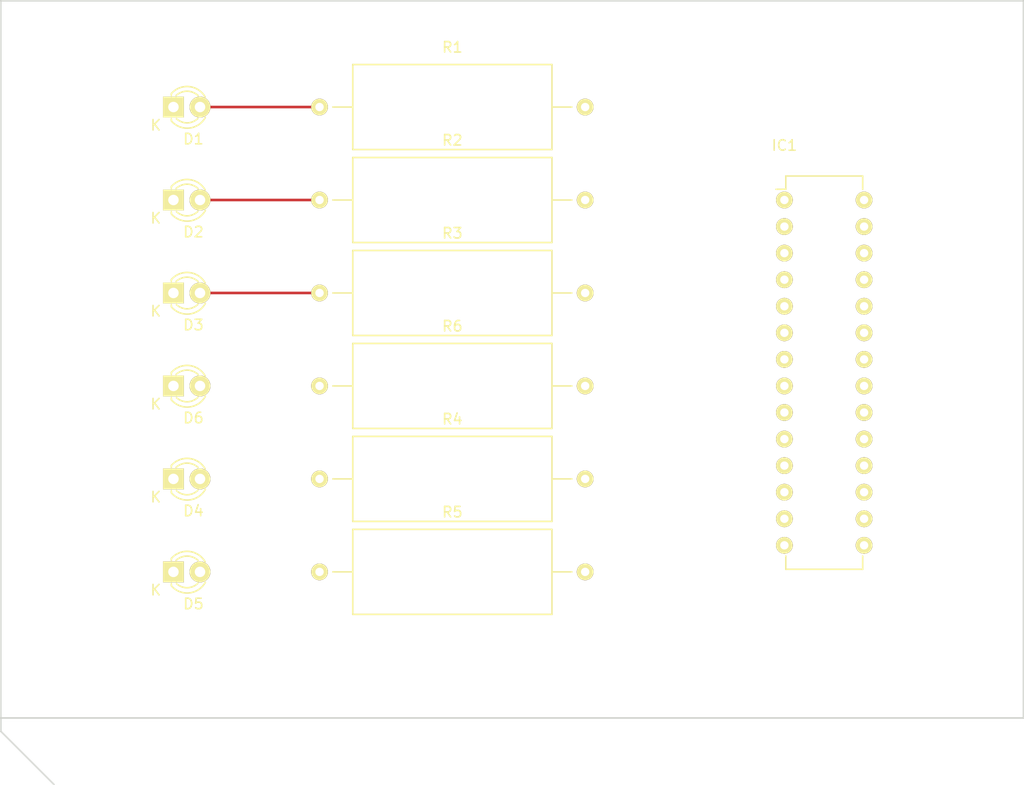
<source format=kicad_pcb>
(kicad_pcb (version 4) (host pcbnew 4.0.2-stable)

  (general
    (links 19)
    (no_connects 16)
    (area 105.334999 67.234999 203.275001 142.315001)
    (thickness 1.6)
    (drawings 6)
    (tracks 3)
    (zones 0)
    (modules 13)
    (nets 34)
  )

  (page A4)
  (layers
    (0 F.Cu signal)
    (31 B.Cu signal)
    (32 B.Adhes user)
    (33 F.Adhes user)
    (34 B.Paste user)
    (35 F.Paste user)
    (36 B.SilkS user)
    (37 F.SilkS user)
    (38 B.Mask user)
    (39 F.Mask user)
    (40 Dwgs.User user)
    (41 Cmts.User user)
    (42 Eco1.User user)
    (43 Eco2.User user)
    (44 Edge.Cuts user)
    (45 Margin user)
    (46 B.CrtYd user)
    (47 F.CrtYd user)
    (48 B.Fab user)
    (49 F.Fab user)
  )

  (setup
    (last_trace_width 0.25)
    (trace_clearance 0.2)
    (zone_clearance 0.508)
    (zone_45_only no)
    (trace_min 0.2)
    (segment_width 0.2)
    (edge_width 0.15)
    (via_size 0.6)
    (via_drill 0.4)
    (via_min_size 0.4)
    (via_min_drill 0.3)
    (uvia_size 0.3)
    (uvia_drill 0.1)
    (uvias_allowed no)
    (uvia_min_size 0.2)
    (uvia_min_drill 0.1)
    (pcb_text_width 0.3)
    (pcb_text_size 1.5 1.5)
    (mod_edge_width 0.15)
    (mod_text_size 1 1)
    (mod_text_width 0.15)
    (pad_size 1.524 1.524)
    (pad_drill 0.762)
    (pad_to_mask_clearance 0.2)
    (aux_axis_origin 0 0)
    (grid_origin 105.41 137.16)
    (visible_elements FFFFFF7F)
    (pcbplotparams
      (layerselection 0x00030_80000001)
      (usegerberextensions false)
      (excludeedgelayer true)
      (linewidth 0.100000)
      (plotframeref false)
      (viasonmask false)
      (mode 1)
      (useauxorigin false)
      (hpglpennumber 1)
      (hpglpenspeed 20)
      (hpglpendiameter 15)
      (hpglpenoverlay 2)
      (psnegative false)
      (psa4output false)
      (plotreference true)
      (plotvalue true)
      (plotinvisibletext false)
      (padsonsilk false)
      (subtractmaskfromsilk false)
      (outputformat 1)
      (mirror false)
      (drillshape 1)
      (scaleselection 1)
      (outputdirectory ""))
  )

  (net 0 "")
  (net 1 GND)
  (net 2 "Net-(D1-Pad2)")
  (net 3 "Net-(D2-Pad2)")
  (net 4 "Net-(D3-Pad2)")
  (net 5 "Net-(D4-Pad2)")
  (net 6 "Net-(D5-Pad2)")
  (net 7 "Net-(D6-Pad2)")
  (net 8 "Net-(IC1-Pad1)")
  (net 9 minute_leastsig_1)
  (net 10 minute_leastsig_2)
  (net 11 minute_leastsig_3)
  (net 12 minute_leastsig_4)
  (net 13 minute_leastsig_5)
  (net 14 +3V3)
  (net 15 "Net-(IC1-Pad9)")
  (net 16 "Net-(IC1-Pad10)")
  (net 17 minute_leastsig_6)
  (net 18 "Net-(IC1-Pad12)")
  (net 19 "Net-(IC1-Pad13)")
  (net 20 "Net-(IC1-Pad14)")
  (net 21 "Net-(IC1-Pad15)")
  (net 22 "Net-(IC1-Pad16)")
  (net 23 "Net-(IC1-Pad17)")
  (net 24 "Net-(IC1-Pad18)")
  (net 25 "Net-(IC1-Pad19)")
  (net 26 "Net-(IC1-Pad20)")
  (net 27 "Net-(IC1-Pad21)")
  (net 28 "Net-(IC1-Pad23)")
  (net 29 "Net-(IC1-Pad24)")
  (net 30 "Net-(IC1-Pad25)")
  (net 31 "Net-(IC1-Pad26)")
  (net 32 "Net-(IC1-Pad27)")
  (net 33 "Net-(IC1-Pad28)")

  (net_class Default "This is the default net class."
    (clearance 0.2)
    (trace_width 0.25)
    (via_dia 0.6)
    (via_drill 0.4)
    (uvia_dia 0.3)
    (uvia_drill 0.1)
    (add_net +3V3)
    (add_net GND)
    (add_net "Net-(D1-Pad2)")
    (add_net "Net-(D2-Pad2)")
    (add_net "Net-(D3-Pad2)")
    (add_net "Net-(D4-Pad2)")
    (add_net "Net-(D5-Pad2)")
    (add_net "Net-(D6-Pad2)")
    (add_net "Net-(IC1-Pad1)")
    (add_net "Net-(IC1-Pad10)")
    (add_net "Net-(IC1-Pad12)")
    (add_net "Net-(IC1-Pad13)")
    (add_net "Net-(IC1-Pad14)")
    (add_net "Net-(IC1-Pad15)")
    (add_net "Net-(IC1-Pad16)")
    (add_net "Net-(IC1-Pad17)")
    (add_net "Net-(IC1-Pad18)")
    (add_net "Net-(IC1-Pad19)")
    (add_net "Net-(IC1-Pad20)")
    (add_net "Net-(IC1-Pad21)")
    (add_net "Net-(IC1-Pad23)")
    (add_net "Net-(IC1-Pad24)")
    (add_net "Net-(IC1-Pad25)")
    (add_net "Net-(IC1-Pad26)")
    (add_net "Net-(IC1-Pad27)")
    (add_net "Net-(IC1-Pad28)")
    (add_net "Net-(IC1-Pad9)")
    (add_net minute_leastsig_1)
    (add_net minute_leastsig_2)
    (add_net minute_leastsig_3)
    (add_net minute_leastsig_4)
    (add_net minute_leastsig_5)
    (add_net minute_leastsig_6)
  )

  (module LEDs:LED-3MM (layer F.Cu) (tedit 559B82F6) (tstamp 56E262DC)
    (at 121.92 77.47)
    (descr "LED 3mm round vertical")
    (tags "LED  3mm round vertical")
    (path /56E25D1D)
    (fp_text reference D1 (at 1.91 3.06) (layer F.SilkS)
      (effects (font (size 1 1) (thickness 0.15)))
    )
    (fp_text value LED (at 1.3 -2.9) (layer F.Fab)
      (effects (font (size 1 1) (thickness 0.15)))
    )
    (fp_line (start -1.2 2.3) (end 3.8 2.3) (layer F.CrtYd) (width 0.05))
    (fp_line (start 3.8 2.3) (end 3.8 -2.2) (layer F.CrtYd) (width 0.05))
    (fp_line (start 3.8 -2.2) (end -1.2 -2.2) (layer F.CrtYd) (width 0.05))
    (fp_line (start -1.2 -2.2) (end -1.2 2.3) (layer F.CrtYd) (width 0.05))
    (fp_line (start -0.199 1.314) (end -0.199 1.114) (layer F.SilkS) (width 0.15))
    (fp_line (start -0.199 -1.28) (end -0.199 -1.1) (layer F.SilkS) (width 0.15))
    (fp_arc (start 1.301 0.034) (end -0.199 -1.286) (angle 108.5) (layer F.SilkS) (width 0.15))
    (fp_arc (start 1.301 0.034) (end 0.25 -1.1) (angle 85.7) (layer F.SilkS) (width 0.15))
    (fp_arc (start 1.311 0.034) (end 3.051 0.994) (angle 110) (layer F.SilkS) (width 0.15))
    (fp_arc (start 1.301 0.034) (end 2.335 1.094) (angle 87.5) (layer F.SilkS) (width 0.15))
    (fp_text user K (at -1.69 1.74) (layer F.SilkS)
      (effects (font (size 1 1) (thickness 0.15)))
    )
    (pad 1 thru_hole rect (at 0 0 90) (size 2 2) (drill 1.00076) (layers *.Cu *.Mask F.SilkS)
      (net 1 GND))
    (pad 2 thru_hole circle (at 2.54 0) (size 2 2) (drill 1.00076) (layers *.Cu *.Mask F.SilkS)
      (net 2 "Net-(D1-Pad2)"))
    (model LEDs.3dshapes/LED-3MM.wrl
      (at (xyz 0.05 0 0))
      (scale (xyz 1 1 1))
      (rotate (xyz 0 0 90))
    )
  )

  (module LEDs:LED-3MM (layer F.Cu) (tedit 559B82F6) (tstamp 56E262E2)
    (at 121.92 86.36)
    (descr "LED 3mm round vertical")
    (tags "LED  3mm round vertical")
    (path /56E25E56)
    (fp_text reference D2 (at 1.91 3.06) (layer F.SilkS)
      (effects (font (size 1 1) (thickness 0.15)))
    )
    (fp_text value LED (at 1.3 -2.9) (layer F.Fab)
      (effects (font (size 1 1) (thickness 0.15)))
    )
    (fp_line (start -1.2 2.3) (end 3.8 2.3) (layer F.CrtYd) (width 0.05))
    (fp_line (start 3.8 2.3) (end 3.8 -2.2) (layer F.CrtYd) (width 0.05))
    (fp_line (start 3.8 -2.2) (end -1.2 -2.2) (layer F.CrtYd) (width 0.05))
    (fp_line (start -1.2 -2.2) (end -1.2 2.3) (layer F.CrtYd) (width 0.05))
    (fp_line (start -0.199 1.314) (end -0.199 1.114) (layer F.SilkS) (width 0.15))
    (fp_line (start -0.199 -1.28) (end -0.199 -1.1) (layer F.SilkS) (width 0.15))
    (fp_arc (start 1.301 0.034) (end -0.199 -1.286) (angle 108.5) (layer F.SilkS) (width 0.15))
    (fp_arc (start 1.301 0.034) (end 0.25 -1.1) (angle 85.7) (layer F.SilkS) (width 0.15))
    (fp_arc (start 1.311 0.034) (end 3.051 0.994) (angle 110) (layer F.SilkS) (width 0.15))
    (fp_arc (start 1.301 0.034) (end 2.335 1.094) (angle 87.5) (layer F.SilkS) (width 0.15))
    (fp_text user K (at -1.69 1.74) (layer F.SilkS)
      (effects (font (size 1 1) (thickness 0.15)))
    )
    (pad 1 thru_hole rect (at 0 0 90) (size 2 2) (drill 1.00076) (layers *.Cu *.Mask F.SilkS)
      (net 1 GND))
    (pad 2 thru_hole circle (at 2.54 0) (size 2 2) (drill 1.00076) (layers *.Cu *.Mask F.SilkS)
      (net 3 "Net-(D2-Pad2)"))
    (model LEDs.3dshapes/LED-3MM.wrl
      (at (xyz 0.05 0 0))
      (scale (xyz 1 1 1))
      (rotate (xyz 0 0 90))
    )
  )

  (module LEDs:LED-3MM (layer F.Cu) (tedit 559B82F6) (tstamp 56E262E8)
    (at 121.92 95.25)
    (descr "LED 3mm round vertical")
    (tags "LED  3mm round vertical")
    (path /56E25E93)
    (fp_text reference D3 (at 1.91 3.06) (layer F.SilkS)
      (effects (font (size 1 1) (thickness 0.15)))
    )
    (fp_text value LED (at 1.3 -2.9) (layer F.Fab)
      (effects (font (size 1 1) (thickness 0.15)))
    )
    (fp_line (start -1.2 2.3) (end 3.8 2.3) (layer F.CrtYd) (width 0.05))
    (fp_line (start 3.8 2.3) (end 3.8 -2.2) (layer F.CrtYd) (width 0.05))
    (fp_line (start 3.8 -2.2) (end -1.2 -2.2) (layer F.CrtYd) (width 0.05))
    (fp_line (start -1.2 -2.2) (end -1.2 2.3) (layer F.CrtYd) (width 0.05))
    (fp_line (start -0.199 1.314) (end -0.199 1.114) (layer F.SilkS) (width 0.15))
    (fp_line (start -0.199 -1.28) (end -0.199 -1.1) (layer F.SilkS) (width 0.15))
    (fp_arc (start 1.301 0.034) (end -0.199 -1.286) (angle 108.5) (layer F.SilkS) (width 0.15))
    (fp_arc (start 1.301 0.034) (end 0.25 -1.1) (angle 85.7) (layer F.SilkS) (width 0.15))
    (fp_arc (start 1.311 0.034) (end 3.051 0.994) (angle 110) (layer F.SilkS) (width 0.15))
    (fp_arc (start 1.301 0.034) (end 2.335 1.094) (angle 87.5) (layer F.SilkS) (width 0.15))
    (fp_text user K (at -1.69 1.74) (layer F.SilkS)
      (effects (font (size 1 1) (thickness 0.15)))
    )
    (pad 1 thru_hole rect (at 0 0 90) (size 2 2) (drill 1.00076) (layers *.Cu *.Mask F.SilkS)
      (net 1 GND))
    (pad 2 thru_hole circle (at 2.54 0) (size 2 2) (drill 1.00076) (layers *.Cu *.Mask F.SilkS)
      (net 4 "Net-(D3-Pad2)"))
    (model LEDs.3dshapes/LED-3MM.wrl
      (at (xyz 0.05 0 0))
      (scale (xyz 1 1 1))
      (rotate (xyz 0 0 90))
    )
  )

  (module LEDs:LED-3MM (layer F.Cu) (tedit 559B82F6) (tstamp 56E262EE)
    (at 121.92 113.03)
    (descr "LED 3mm round vertical")
    (tags "LED  3mm round vertical")
    (path /56E25EB3)
    (fp_text reference D4 (at 1.91 3.06) (layer F.SilkS)
      (effects (font (size 1 1) (thickness 0.15)))
    )
    (fp_text value LED (at 1.3 -2.9) (layer F.Fab)
      (effects (font (size 1 1) (thickness 0.15)))
    )
    (fp_line (start -1.2 2.3) (end 3.8 2.3) (layer F.CrtYd) (width 0.05))
    (fp_line (start 3.8 2.3) (end 3.8 -2.2) (layer F.CrtYd) (width 0.05))
    (fp_line (start 3.8 -2.2) (end -1.2 -2.2) (layer F.CrtYd) (width 0.05))
    (fp_line (start -1.2 -2.2) (end -1.2 2.3) (layer F.CrtYd) (width 0.05))
    (fp_line (start -0.199 1.314) (end -0.199 1.114) (layer F.SilkS) (width 0.15))
    (fp_line (start -0.199 -1.28) (end -0.199 -1.1) (layer F.SilkS) (width 0.15))
    (fp_arc (start 1.301 0.034) (end -0.199 -1.286) (angle 108.5) (layer F.SilkS) (width 0.15))
    (fp_arc (start 1.301 0.034) (end 0.25 -1.1) (angle 85.7) (layer F.SilkS) (width 0.15))
    (fp_arc (start 1.311 0.034) (end 3.051 0.994) (angle 110) (layer F.SilkS) (width 0.15))
    (fp_arc (start 1.301 0.034) (end 2.335 1.094) (angle 87.5) (layer F.SilkS) (width 0.15))
    (fp_text user K (at -1.69 1.74) (layer F.SilkS)
      (effects (font (size 1 1) (thickness 0.15)))
    )
    (pad 1 thru_hole rect (at 0 0 90) (size 2 2) (drill 1.00076) (layers *.Cu *.Mask F.SilkS)
      (net 1 GND))
    (pad 2 thru_hole circle (at 2.54 0) (size 2 2) (drill 1.00076) (layers *.Cu *.Mask F.SilkS)
      (net 5 "Net-(D4-Pad2)"))
    (model LEDs.3dshapes/LED-3MM.wrl
      (at (xyz 0.05 0 0))
      (scale (xyz 1 1 1))
      (rotate (xyz 0 0 90))
    )
  )

  (module LEDs:LED-3MM (layer F.Cu) (tedit 559B82F6) (tstamp 56E262F4)
    (at 121.92 121.92)
    (descr "LED 3mm round vertical")
    (tags "LED  3mm round vertical")
    (path /56E25EE6)
    (fp_text reference D5 (at 1.91 3.06) (layer F.SilkS)
      (effects (font (size 1 1) (thickness 0.15)))
    )
    (fp_text value LED (at 1.3 -2.9) (layer F.Fab)
      (effects (font (size 1 1) (thickness 0.15)))
    )
    (fp_line (start -1.2 2.3) (end 3.8 2.3) (layer F.CrtYd) (width 0.05))
    (fp_line (start 3.8 2.3) (end 3.8 -2.2) (layer F.CrtYd) (width 0.05))
    (fp_line (start 3.8 -2.2) (end -1.2 -2.2) (layer F.CrtYd) (width 0.05))
    (fp_line (start -1.2 -2.2) (end -1.2 2.3) (layer F.CrtYd) (width 0.05))
    (fp_line (start -0.199 1.314) (end -0.199 1.114) (layer F.SilkS) (width 0.15))
    (fp_line (start -0.199 -1.28) (end -0.199 -1.1) (layer F.SilkS) (width 0.15))
    (fp_arc (start 1.301 0.034) (end -0.199 -1.286) (angle 108.5) (layer F.SilkS) (width 0.15))
    (fp_arc (start 1.301 0.034) (end 0.25 -1.1) (angle 85.7) (layer F.SilkS) (width 0.15))
    (fp_arc (start 1.311 0.034) (end 3.051 0.994) (angle 110) (layer F.SilkS) (width 0.15))
    (fp_arc (start 1.301 0.034) (end 2.335 1.094) (angle 87.5) (layer F.SilkS) (width 0.15))
    (fp_text user K (at -1.69 1.74) (layer F.SilkS)
      (effects (font (size 1 1) (thickness 0.15)))
    )
    (pad 1 thru_hole rect (at 0 0 90) (size 2 2) (drill 1.00076) (layers *.Cu *.Mask F.SilkS)
      (net 1 GND))
    (pad 2 thru_hole circle (at 2.54 0) (size 2 2) (drill 1.00076) (layers *.Cu *.Mask F.SilkS)
      (net 6 "Net-(D5-Pad2)"))
    (model LEDs.3dshapes/LED-3MM.wrl
      (at (xyz 0.05 0 0))
      (scale (xyz 1 1 1))
      (rotate (xyz 0 0 90))
    )
  )

  (module LEDs:LED-3MM (layer F.Cu) (tedit 559B82F6) (tstamp 56E262FA)
    (at 121.92 104.14)
    (descr "LED 3mm round vertical")
    (tags "LED  3mm round vertical")
    (path /56E25F0E)
    (fp_text reference D6 (at 1.91 3.06) (layer F.SilkS)
      (effects (font (size 1 1) (thickness 0.15)))
    )
    (fp_text value LED (at 1.3 -2.9) (layer F.Fab)
      (effects (font (size 1 1) (thickness 0.15)))
    )
    (fp_line (start -1.2 2.3) (end 3.8 2.3) (layer F.CrtYd) (width 0.05))
    (fp_line (start 3.8 2.3) (end 3.8 -2.2) (layer F.CrtYd) (width 0.05))
    (fp_line (start 3.8 -2.2) (end -1.2 -2.2) (layer F.CrtYd) (width 0.05))
    (fp_line (start -1.2 -2.2) (end -1.2 2.3) (layer F.CrtYd) (width 0.05))
    (fp_line (start -0.199 1.314) (end -0.199 1.114) (layer F.SilkS) (width 0.15))
    (fp_line (start -0.199 -1.28) (end -0.199 -1.1) (layer F.SilkS) (width 0.15))
    (fp_arc (start 1.301 0.034) (end -0.199 -1.286) (angle 108.5) (layer F.SilkS) (width 0.15))
    (fp_arc (start 1.301 0.034) (end 0.25 -1.1) (angle 85.7) (layer F.SilkS) (width 0.15))
    (fp_arc (start 1.311 0.034) (end 3.051 0.994) (angle 110) (layer F.SilkS) (width 0.15))
    (fp_arc (start 1.301 0.034) (end 2.335 1.094) (angle 87.5) (layer F.SilkS) (width 0.15))
    (fp_text user K (at -1.69 1.74) (layer F.SilkS)
      (effects (font (size 1 1) (thickness 0.15)))
    )
    (pad 1 thru_hole rect (at 0 0 90) (size 2 2) (drill 1.00076) (layers *.Cu *.Mask F.SilkS)
      (net 1 GND))
    (pad 2 thru_hole circle (at 2.54 0) (size 2 2) (drill 1.00076) (layers *.Cu *.Mask F.SilkS)
      (net 7 "Net-(D6-Pad2)"))
    (model LEDs.3dshapes/LED-3MM.wrl
      (at (xyz 0.05 0 0))
      (scale (xyz 1 1 1))
      (rotate (xyz 0 0 90))
    )
  )

  (module Housings_DIP:DIP-28_W7.62mm (layer F.Cu) (tedit 54130A77) (tstamp 56E2631A)
    (at 180.34 86.36)
    (descr "28-lead dip package, row spacing 7.62 mm (300 mils)")
    (tags "dil dip 2.54 300")
    (path /56E25A57)
    (fp_text reference IC1 (at 0 -5.22) (layer F.SilkS)
      (effects (font (size 1 1) (thickness 0.15)))
    )
    (fp_text value ATMEGA328P-P (at 0 -3.72) (layer F.Fab)
      (effects (font (size 1 1) (thickness 0.15)))
    )
    (fp_line (start -1.05 -2.45) (end -1.05 35.5) (layer F.CrtYd) (width 0.05))
    (fp_line (start 8.65 -2.45) (end 8.65 35.5) (layer F.CrtYd) (width 0.05))
    (fp_line (start -1.05 -2.45) (end 8.65 -2.45) (layer F.CrtYd) (width 0.05))
    (fp_line (start -1.05 35.5) (end 8.65 35.5) (layer F.CrtYd) (width 0.05))
    (fp_line (start 0.135 -2.295) (end 0.135 -1.025) (layer F.SilkS) (width 0.15))
    (fp_line (start 7.485 -2.295) (end 7.485 -1.025) (layer F.SilkS) (width 0.15))
    (fp_line (start 7.485 35.315) (end 7.485 34.045) (layer F.SilkS) (width 0.15))
    (fp_line (start 0.135 35.315) (end 0.135 34.045) (layer F.SilkS) (width 0.15))
    (fp_line (start 0.135 -2.295) (end 7.485 -2.295) (layer F.SilkS) (width 0.15))
    (fp_line (start 0.135 35.315) (end 7.485 35.315) (layer F.SilkS) (width 0.15))
    (fp_line (start 0.135 -1.025) (end -0.8 -1.025) (layer F.SilkS) (width 0.15))
    (pad 1 thru_hole oval (at 0 0) (size 1.6 1.6) (drill 0.8) (layers *.Cu *.Mask F.SilkS)
      (net 8 "Net-(IC1-Pad1)"))
    (pad 2 thru_hole oval (at 0 2.54) (size 1.6 1.6) (drill 0.8) (layers *.Cu *.Mask F.SilkS)
      (net 9 minute_leastsig_1))
    (pad 3 thru_hole oval (at 0 5.08) (size 1.6 1.6) (drill 0.8) (layers *.Cu *.Mask F.SilkS)
      (net 10 minute_leastsig_2))
    (pad 4 thru_hole oval (at 0 7.62) (size 1.6 1.6) (drill 0.8) (layers *.Cu *.Mask F.SilkS)
      (net 11 minute_leastsig_3))
    (pad 5 thru_hole oval (at 0 10.16) (size 1.6 1.6) (drill 0.8) (layers *.Cu *.Mask F.SilkS)
      (net 12 minute_leastsig_4))
    (pad 6 thru_hole oval (at 0 12.7) (size 1.6 1.6) (drill 0.8) (layers *.Cu *.Mask F.SilkS)
      (net 13 minute_leastsig_5))
    (pad 7 thru_hole oval (at 0 15.24) (size 1.6 1.6) (drill 0.8) (layers *.Cu *.Mask F.SilkS)
      (net 14 +3V3))
    (pad 8 thru_hole oval (at 0 17.78) (size 1.6 1.6) (drill 0.8) (layers *.Cu *.Mask F.SilkS)
      (net 1 GND))
    (pad 9 thru_hole oval (at 0 20.32) (size 1.6 1.6) (drill 0.8) (layers *.Cu *.Mask F.SilkS)
      (net 15 "Net-(IC1-Pad9)"))
    (pad 10 thru_hole oval (at 0 22.86) (size 1.6 1.6) (drill 0.8) (layers *.Cu *.Mask F.SilkS)
      (net 16 "Net-(IC1-Pad10)"))
    (pad 11 thru_hole oval (at 0 25.4) (size 1.6 1.6) (drill 0.8) (layers *.Cu *.Mask F.SilkS)
      (net 17 minute_leastsig_6))
    (pad 12 thru_hole oval (at 0 27.94) (size 1.6 1.6) (drill 0.8) (layers *.Cu *.Mask F.SilkS)
      (net 18 "Net-(IC1-Pad12)"))
    (pad 13 thru_hole oval (at 0 30.48) (size 1.6 1.6) (drill 0.8) (layers *.Cu *.Mask F.SilkS)
      (net 19 "Net-(IC1-Pad13)"))
    (pad 14 thru_hole oval (at 0 33.02) (size 1.6 1.6) (drill 0.8) (layers *.Cu *.Mask F.SilkS)
      (net 20 "Net-(IC1-Pad14)"))
    (pad 15 thru_hole oval (at 7.62 33.02) (size 1.6 1.6) (drill 0.8) (layers *.Cu *.Mask F.SilkS)
      (net 21 "Net-(IC1-Pad15)"))
    (pad 16 thru_hole oval (at 7.62 30.48) (size 1.6 1.6) (drill 0.8) (layers *.Cu *.Mask F.SilkS)
      (net 22 "Net-(IC1-Pad16)"))
    (pad 17 thru_hole oval (at 7.62 27.94) (size 1.6 1.6) (drill 0.8) (layers *.Cu *.Mask F.SilkS)
      (net 23 "Net-(IC1-Pad17)"))
    (pad 18 thru_hole oval (at 7.62 25.4) (size 1.6 1.6) (drill 0.8) (layers *.Cu *.Mask F.SilkS)
      (net 24 "Net-(IC1-Pad18)"))
    (pad 19 thru_hole oval (at 7.62 22.86) (size 1.6 1.6) (drill 0.8) (layers *.Cu *.Mask F.SilkS)
      (net 25 "Net-(IC1-Pad19)"))
    (pad 20 thru_hole oval (at 7.62 20.32) (size 1.6 1.6) (drill 0.8) (layers *.Cu *.Mask F.SilkS)
      (net 26 "Net-(IC1-Pad20)"))
    (pad 21 thru_hole oval (at 7.62 17.78) (size 1.6 1.6) (drill 0.8) (layers *.Cu *.Mask F.SilkS)
      (net 27 "Net-(IC1-Pad21)"))
    (pad 22 thru_hole oval (at 7.62 15.24) (size 1.6 1.6) (drill 0.8) (layers *.Cu *.Mask F.SilkS)
      (net 1 GND))
    (pad 23 thru_hole oval (at 7.62 12.7) (size 1.6 1.6) (drill 0.8) (layers *.Cu *.Mask F.SilkS)
      (net 28 "Net-(IC1-Pad23)"))
    (pad 24 thru_hole oval (at 7.62 10.16) (size 1.6 1.6) (drill 0.8) (layers *.Cu *.Mask F.SilkS)
      (net 29 "Net-(IC1-Pad24)"))
    (pad 25 thru_hole oval (at 7.62 7.62) (size 1.6 1.6) (drill 0.8) (layers *.Cu *.Mask F.SilkS)
      (net 30 "Net-(IC1-Pad25)"))
    (pad 26 thru_hole oval (at 7.62 5.08) (size 1.6 1.6) (drill 0.8) (layers *.Cu *.Mask F.SilkS)
      (net 31 "Net-(IC1-Pad26)"))
    (pad 27 thru_hole oval (at 7.62 2.54) (size 1.6 1.6) (drill 0.8) (layers *.Cu *.Mask F.SilkS)
      (net 32 "Net-(IC1-Pad27)"))
    (pad 28 thru_hole oval (at 7.62 0) (size 1.6 1.6) (drill 0.8) (layers *.Cu *.Mask F.SilkS)
      (net 33 "Net-(IC1-Pad28)"))
    (model Housings_DIP.3dshapes/DIP-28_W7.62mm.wrl
      (at (xyz 0 0 0))
      (scale (xyz 1 1 1))
      (rotate (xyz 0 0 0))
    )
  )

  (module Resistors_ThroughHole:Resistor_Ceramic_Horizontal_L19mm-W8mm-H8mm-p25mm (layer F.Cu) (tedit 53FEE15C) (tstamp 56E26320)
    (at 148.59 77.47)
    (descr "Resistor, Ceramic, Horizontal")
    (tags "Resistor, Ceramic, Horizontal")
    (path /56E25F59)
    (fp_text reference R1 (at 0 -5.715) (layer F.SilkS)
      (effects (font (size 1 1) (thickness 0.15)))
    )
    (fp_text value 220 (at 0.635 6.35) (layer F.Fab)
      (effects (font (size 1 1) (thickness 0.15)))
    )
    (fp_line (start 9.525 0) (end 11.43 0) (layer F.SilkS) (width 0.15))
    (fp_line (start -9.525 0) (end -11.43 0) (layer F.SilkS) (width 0.15))
    (fp_line (start -9.525 -4.064) (end -9.525 4.064) (layer F.SilkS) (width 0.15))
    (fp_line (start -9.525 4.064) (end 9.525 4.064) (layer F.SilkS) (width 0.15))
    (fp_line (start 9.525 4.064) (end 9.525 -4.064) (layer F.SilkS) (width 0.15))
    (fp_line (start 9.525 -4.064) (end -9.525 -4.064) (layer F.SilkS) (width 0.15))
    (pad 1 thru_hole circle (at -12.7 0 180) (size 1.6 1.6) (drill 0.8) (layers *.Cu *.Mask F.SilkS)
      (net 2 "Net-(D1-Pad2)"))
    (pad 2 thru_hole circle (at 12.7 0 180) (size 1.6 1.6) (drill 0.8) (layers *.Cu *.Mask F.SilkS)
      (net 9 minute_leastsig_1))
    (model Resistors_ThroughHole.3dshapes/Resistor_Ceramic_Horizontal_L19mm-W8mm-H8mm-p25mm.wrl
      (at (xyz 0 0 0))
      (scale (xyz 4 4 4))
      (rotate (xyz 0 0 0))
    )
  )

  (module Resistors_ThroughHole:Resistor_Ceramic_Horizontal_L19mm-W8mm-H8mm-p25mm (layer F.Cu) (tedit 53FEE15C) (tstamp 56E26326)
    (at 148.59 86.36)
    (descr "Resistor, Ceramic, Horizontal")
    (tags "Resistor, Ceramic, Horizontal")
    (path /56E25FEC)
    (fp_text reference R2 (at 0 -5.715) (layer F.SilkS)
      (effects (font (size 1 1) (thickness 0.15)))
    )
    (fp_text value 220 (at 0.635 6.35) (layer F.Fab)
      (effects (font (size 1 1) (thickness 0.15)))
    )
    (fp_line (start 9.525 0) (end 11.43 0) (layer F.SilkS) (width 0.15))
    (fp_line (start -9.525 0) (end -11.43 0) (layer F.SilkS) (width 0.15))
    (fp_line (start -9.525 -4.064) (end -9.525 4.064) (layer F.SilkS) (width 0.15))
    (fp_line (start -9.525 4.064) (end 9.525 4.064) (layer F.SilkS) (width 0.15))
    (fp_line (start 9.525 4.064) (end 9.525 -4.064) (layer F.SilkS) (width 0.15))
    (fp_line (start 9.525 -4.064) (end -9.525 -4.064) (layer F.SilkS) (width 0.15))
    (pad 1 thru_hole circle (at -12.7 0 180) (size 1.6 1.6) (drill 0.8) (layers *.Cu *.Mask F.SilkS)
      (net 3 "Net-(D2-Pad2)"))
    (pad 2 thru_hole circle (at 12.7 0 180) (size 1.6 1.6) (drill 0.8) (layers *.Cu *.Mask F.SilkS)
      (net 10 minute_leastsig_2))
    (model Resistors_ThroughHole.3dshapes/Resistor_Ceramic_Horizontal_L19mm-W8mm-H8mm-p25mm.wrl
      (at (xyz 0 0 0))
      (scale (xyz 4 4 4))
      (rotate (xyz 0 0 0))
    )
  )

  (module Resistors_ThroughHole:Resistor_Ceramic_Horizontal_L19mm-W8mm-H8mm-p25mm (layer F.Cu) (tedit 53FEE15C) (tstamp 56E2632C)
    (at 148.59 95.25)
    (descr "Resistor, Ceramic, Horizontal")
    (tags "Resistor, Ceramic, Horizontal")
    (path /56E2601F)
    (fp_text reference R3 (at 0 -5.715) (layer F.SilkS)
      (effects (font (size 1 1) (thickness 0.15)))
    )
    (fp_text value 220 (at 0.635 6.35) (layer F.Fab)
      (effects (font (size 1 1) (thickness 0.15)))
    )
    (fp_line (start 9.525 0) (end 11.43 0) (layer F.SilkS) (width 0.15))
    (fp_line (start -9.525 0) (end -11.43 0) (layer F.SilkS) (width 0.15))
    (fp_line (start -9.525 -4.064) (end -9.525 4.064) (layer F.SilkS) (width 0.15))
    (fp_line (start -9.525 4.064) (end 9.525 4.064) (layer F.SilkS) (width 0.15))
    (fp_line (start 9.525 4.064) (end 9.525 -4.064) (layer F.SilkS) (width 0.15))
    (fp_line (start 9.525 -4.064) (end -9.525 -4.064) (layer F.SilkS) (width 0.15))
    (pad 1 thru_hole circle (at -12.7 0 180) (size 1.6 1.6) (drill 0.8) (layers *.Cu *.Mask F.SilkS)
      (net 4 "Net-(D3-Pad2)"))
    (pad 2 thru_hole circle (at 12.7 0 180) (size 1.6 1.6) (drill 0.8) (layers *.Cu *.Mask F.SilkS)
      (net 11 minute_leastsig_3))
    (model Resistors_ThroughHole.3dshapes/Resistor_Ceramic_Horizontal_L19mm-W8mm-H8mm-p25mm.wrl
      (at (xyz 0 0 0))
      (scale (xyz 4 4 4))
      (rotate (xyz 0 0 0))
    )
  )

  (module Resistors_ThroughHole:Resistor_Ceramic_Horizontal_L19mm-W8mm-H8mm-p25mm (layer F.Cu) (tedit 53FEE15C) (tstamp 56E26332)
    (at 148.59 113.03)
    (descr "Resistor, Ceramic, Horizontal")
    (tags "Resistor, Ceramic, Horizontal")
    (path /56E26073)
    (fp_text reference R4 (at 0 -5.715) (layer F.SilkS)
      (effects (font (size 1 1) (thickness 0.15)))
    )
    (fp_text value 220 (at 0.635 6.35) (layer F.Fab)
      (effects (font (size 1 1) (thickness 0.15)))
    )
    (fp_line (start 9.525 0) (end 11.43 0) (layer F.SilkS) (width 0.15))
    (fp_line (start -9.525 0) (end -11.43 0) (layer F.SilkS) (width 0.15))
    (fp_line (start -9.525 -4.064) (end -9.525 4.064) (layer F.SilkS) (width 0.15))
    (fp_line (start -9.525 4.064) (end 9.525 4.064) (layer F.SilkS) (width 0.15))
    (fp_line (start 9.525 4.064) (end 9.525 -4.064) (layer F.SilkS) (width 0.15))
    (fp_line (start 9.525 -4.064) (end -9.525 -4.064) (layer F.SilkS) (width 0.15))
    (pad 1 thru_hole circle (at -12.7 0 180) (size 1.6 1.6) (drill 0.8) (layers *.Cu *.Mask F.SilkS)
      (net 5 "Net-(D4-Pad2)"))
    (pad 2 thru_hole circle (at 12.7 0 180) (size 1.6 1.6) (drill 0.8) (layers *.Cu *.Mask F.SilkS)
      (net 12 minute_leastsig_4))
    (model Resistors_ThroughHole.3dshapes/Resistor_Ceramic_Horizontal_L19mm-W8mm-H8mm-p25mm.wrl
      (at (xyz 0 0 0))
      (scale (xyz 4 4 4))
      (rotate (xyz 0 0 0))
    )
  )

  (module Resistors_ThroughHole:Resistor_Ceramic_Horizontal_L19mm-W8mm-H8mm-p25mm (layer F.Cu) (tedit 53FEE15C) (tstamp 56E26338)
    (at 148.59 121.92)
    (descr "Resistor, Ceramic, Horizontal")
    (tags "Resistor, Ceramic, Horizontal")
    (path /56E260A8)
    (fp_text reference R5 (at 0 -5.715) (layer F.SilkS)
      (effects (font (size 1 1) (thickness 0.15)))
    )
    (fp_text value 220 (at 0.635 6.35) (layer F.Fab)
      (effects (font (size 1 1) (thickness 0.15)))
    )
    (fp_line (start 9.525 0) (end 11.43 0) (layer F.SilkS) (width 0.15))
    (fp_line (start -9.525 0) (end -11.43 0) (layer F.SilkS) (width 0.15))
    (fp_line (start -9.525 -4.064) (end -9.525 4.064) (layer F.SilkS) (width 0.15))
    (fp_line (start -9.525 4.064) (end 9.525 4.064) (layer F.SilkS) (width 0.15))
    (fp_line (start 9.525 4.064) (end 9.525 -4.064) (layer F.SilkS) (width 0.15))
    (fp_line (start 9.525 -4.064) (end -9.525 -4.064) (layer F.SilkS) (width 0.15))
    (pad 1 thru_hole circle (at -12.7 0 180) (size 1.6 1.6) (drill 0.8) (layers *.Cu *.Mask F.SilkS)
      (net 6 "Net-(D5-Pad2)"))
    (pad 2 thru_hole circle (at 12.7 0 180) (size 1.6 1.6) (drill 0.8) (layers *.Cu *.Mask F.SilkS)
      (net 13 minute_leastsig_5))
    (model Resistors_ThroughHole.3dshapes/Resistor_Ceramic_Horizontal_L19mm-W8mm-H8mm-p25mm.wrl
      (at (xyz 0 0 0))
      (scale (xyz 4 4 4))
      (rotate (xyz 0 0 0))
    )
  )

  (module Resistors_ThroughHole:Resistor_Ceramic_Horizontal_L19mm-W8mm-H8mm-p25mm (layer F.Cu) (tedit 53FEE15C) (tstamp 56E2633E)
    (at 148.59 104.14)
    (descr "Resistor, Ceramic, Horizontal")
    (tags "Resistor, Ceramic, Horizontal")
    (path /56E260E0)
    (fp_text reference R6 (at 0 -5.715) (layer F.SilkS)
      (effects (font (size 1 1) (thickness 0.15)))
    )
    (fp_text value 220 (at 0.635 6.35) (layer F.Fab)
      (effects (font (size 1 1) (thickness 0.15)))
    )
    (fp_line (start 9.525 0) (end 11.43 0) (layer F.SilkS) (width 0.15))
    (fp_line (start -9.525 0) (end -11.43 0) (layer F.SilkS) (width 0.15))
    (fp_line (start -9.525 -4.064) (end -9.525 4.064) (layer F.SilkS) (width 0.15))
    (fp_line (start -9.525 4.064) (end 9.525 4.064) (layer F.SilkS) (width 0.15))
    (fp_line (start 9.525 4.064) (end 9.525 -4.064) (layer F.SilkS) (width 0.15))
    (fp_line (start 9.525 -4.064) (end -9.525 -4.064) (layer F.SilkS) (width 0.15))
    (pad 1 thru_hole circle (at -12.7 0 180) (size 1.6 1.6) (drill 0.8) (layers *.Cu *.Mask F.SilkS)
      (net 7 "Net-(D6-Pad2)"))
    (pad 2 thru_hole circle (at 12.7 0 180) (size 1.6 1.6) (drill 0.8) (layers *.Cu *.Mask F.SilkS)
      (net 17 minute_leastsig_6))
    (model Resistors_ThroughHole.3dshapes/Resistor_Ceramic_Horizontal_L19mm-W8mm-H8mm-p25mm.wrl
      (at (xyz 0 0 0))
      (scale (xyz 4 4 4))
      (rotate (xyz 0 0 0))
    )
  )

  (gr_line (start 105.41 137.16) (end 110.49 142.24) (angle 90) (layer Edge.Cuts) (width 0.15))
  (gr_line (start 105.41 135.89) (end 105.41 137.16) (angle 90) (layer Edge.Cuts) (width 0.15))
  (gr_line (start 203.2 135.89) (end 105.41 135.89) (angle 90) (layer Edge.Cuts) (width 0.15))
  (gr_line (start 203.2 67.31) (end 203.2 135.89) (angle 90) (layer Edge.Cuts) (width 0.15))
  (gr_line (start 105.41 67.31) (end 203.2 67.31) (angle 90) (layer Edge.Cuts) (width 0.15))
  (gr_line (start 105.41 137.16) (end 105.41 67.31) (angle 90) (layer Edge.Cuts) (width 0.15))

  (segment (start 135.89 77.47) (end 124.46 77.47) (width 0.25) (layer F.Cu) (net 2))
  (segment (start 135.89 86.36) (end 124.46 86.36) (width 0.25) (layer F.Cu) (net 3))
  (segment (start 135.89 95.25) (end 124.46 95.25) (width 0.25) (layer F.Cu) (net 4))

)

</source>
